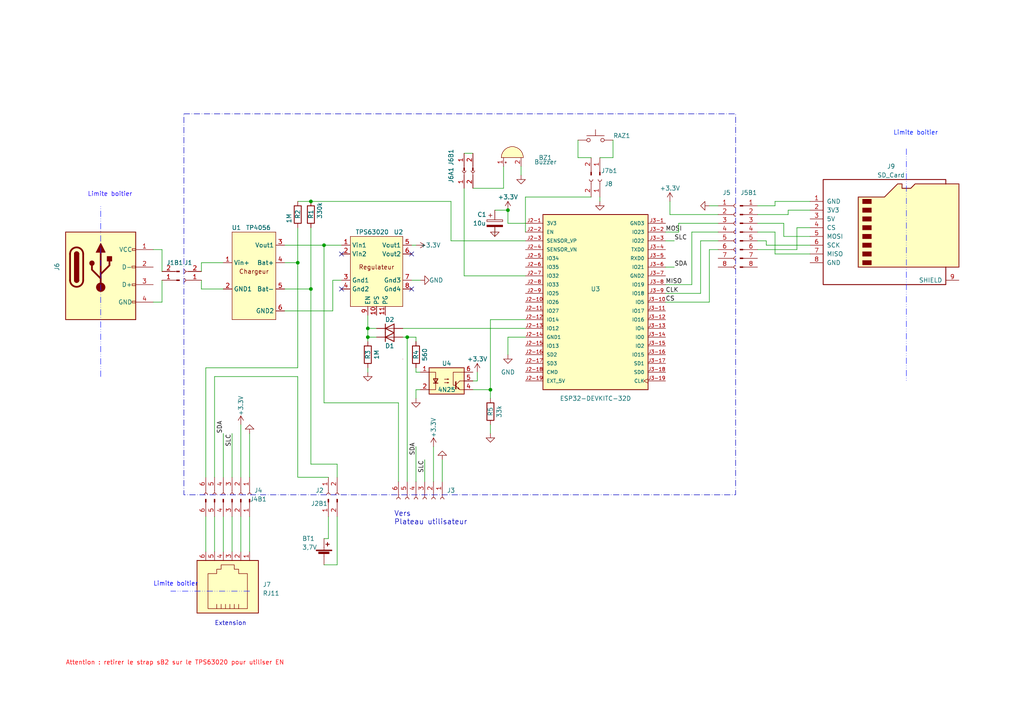
<source format=kicad_sch>
(kicad_sch (version 20230121) (generator eeschema)
  (paper "A4")
  (title_block (title " INTERFACE ADAPTATIVE - Base") (date "2023-03-24") (rev "4") (company "HumanLab"))
  (lib_symbols
    (symbol "Connector:6P6C" (pin_names (offset 1.016))
      (property "Reference" "J" (at -5.08 11.43 0))
      (property "Value" "6P6C" (at 2.54 11.43 0))
      (symbol "6P6C_0_1"
        (polyline (pts (xy -6.35 -1.905) (xy -5.08 -1.905) (xy -5.08 -1.905)))
        (polyline (pts (xy -6.35 -0.635) (xy -5.08 -0.635) (xy -5.08 -0.635)))
        (polyline (pts (xy -6.35 0.635) (xy -5.08 0.635) (xy -5.08 0.635)))
        (polyline (pts (xy -6.35 1.905) (xy -5.08 1.905) (xy -5.08 1.905)))
        (polyline (pts (xy -6.35 3.175) (xy -5.08 3.175) (xy -5.08 3.175)))
        (polyline (pts (xy -5.08 4.445) (xy -6.35 4.445) (xy -6.35 4.445)))
        (polyline (pts (xy -6.35 -4.445) (xy -6.35 6.985) (xy 3.81 6.985) (xy 3.81 4.445) (xy 5.08 4.445) (xy 5.08 3.175) (xy 6.35 3.175) (xy 6.35 -0.635) (xy 5.08 -0.635) (xy 5.08 -1.905) (xy 3.81 -1.905) (xy 3.81 -4.445) (xy -6.35 -4.445) (xy -6.35 -4.445)))
        (rectangle (start 7.62 10.16) (end -7.62 -7.62) (stroke (width 0.254)) (fill (type background)))
      )
      (symbol "6P6C_1_1"
        (pin passive line (at 10.16 -5.08 180) (length 2.54) (name "~") (number "1"))
        (pin passive line (at 10.16 -2.54 180) (length 2.54) (name "~") (number "2"))
        (pin passive line (at 10.16 0 180) (length 2.54) (name "~") (number "3"))
        (pin passive line (at 10.16 2.54 180) (length 2.54) (name "~") (number "4"))
        (pin passive line (at 10.16 5.08 180) (length 2.54) (name "~") (number "5"))
        (pin passive line (at 10.16 7.62 180) (length 2.54) (name "~") (number "6"))
      )
    )
    (symbol "Connector:Conn_01x02_Pin" (pin_names (offset 1.016) hide)
      (property "Reference" "J" (at 0 2.54 0))
      (property "Value" "Conn_01x02_Pin" (at 0 -5.08 0))
      (symbol "Conn_01x02_Pin_1_1"
        (polyline (pts (xy 1.27 -2.54) (xy 0.8636 -2.54)) (stroke (width 0.1524)))
        (polyline (pts (xy 1.27 0) (xy 0.8636 0)) (stroke (width 0.1524)))
        (rectangle (start 0.8636 -2.413) (end 0 -2.667) (stroke (width 0.1524)) (fill (type outline)))
        (rectangle (start 0.8636 0.127) (end 0 -0.127) (stroke (width 0.1524)) (fill (type outline)))
        (pin passive line (at 5.08 0 180) (length 3.81) (name "Pin_1") (number "1"))
        (pin passive line (at 5.08 -2.54 180) (length 3.81) (name "Pin_2") (number "2"))
      )
    )
    (symbol "Connector:Conn_01x02_Socket" (pin_names (offset 1.016) hide)
      (property "Reference" "J" (at 0 2.54 0))
      (property "Value" "Conn_01x02_Socket" (at 0 -5.08 0))
      (symbol "Conn_01x02_Socket_1_1"
        (arc (start 0 -2.032) (mid -0.5058 -2.54) (end 0 -3.048) (stroke (width 0.1524)))
        (polyline (pts (xy -1.27 -2.54) (xy -0.508 -2.54)) (stroke (width 0.1524)))
        (polyline (pts (xy -1.27 0) (xy -0.508 0)) (stroke (width 0.1524)))
        (arc (start 0 0.508) (mid -0.5058 0) (end 0 -0.508) (stroke (width 0.1524)))
        (pin passive line (at -5.08 0 0) (length 3.81) (name "Pin_1") (number "1"))
        (pin passive line (at -5.08 -2.54 0) (length 3.81) (name "Pin_2") (number "2"))
      )
    )
    (symbol "Connector:Conn_01x06_Pin" (pin_names (offset 1.016) hide)
      (property "Reference" "J" (at 0 7.62 0))
      (property "Value" "Conn_01x06_Pin" (at 0 -10.16 0))
      (symbol "Conn_01x06_Pin_1_1"
        (polyline (pts (xy 1.27 -7.62) (xy 0.8636 -7.62)) (stroke (width 0.1524)))
        (polyline (pts (xy 1.27 -5.08) (xy 0.8636 -5.08)) (stroke (width 0.1524)))
        (polyline (pts (xy 1.27 -2.54) (xy 0.8636 -2.54)) (stroke (width 0.1524)))
        (polyline (pts (xy 1.27 0) (xy 0.8636 0)) (stroke (width 0.1524)))
        (polyline (pts (xy 1.27 2.54) (xy 0.8636 2.54)) (stroke (width 0.1524)))
        (polyline (pts (xy 1.27 5.08) (xy 0.8636 5.08)) (stroke (width 0.1524)))
        (rectangle (start 0.8636 -7.493) (end 0 -7.747) (stroke (width 0.1524)) (fill (type outline)))
        (rectangle (start 0.8636 -4.953) (end 0 -5.207) (stroke (width 0.1524)) (fill (type outline)))
        (rectangle (start 0.8636 -2.413) (end 0 -2.667) (stroke (width 0.1524)) (fill (type outline)))
        (rectangle (start 0.8636 0.127) (end 0 -0.127) (stroke (width 0.1524)) (fill (type outline)))
        (rectangle (start 0.8636 2.667) (end 0 2.413) (stroke (width 0.1524)) (fill (type outline)))
        (rectangle (start 0.8636 5.207) (end 0 4.953) (stroke (width 0.1524)) (fill (type outline)))
        (pin passive line (at 5.08 5.08 180) (length 3.81) (name "Pin_1") (number "1"))
        (pin passive line (at 5.08 2.54 180) (length 3.81) (name "Pin_2") (number "2"))
        (pin passive line (at 5.08 0 180) (length 3.81) (name "Pin_3") (number "3"))
        (pin passive line (at 5.08 -2.54 180) (length 3.81) (name "Pin_4") (number "4"))
        (pin passive line (at 5.08 -5.08 180) (length 3.81) (name "Pin_5") (number "5"))
        (pin passive line (at 5.08 -7.62 180) (length 3.81) (name "Pin_6") (number "6"))
      )
    )
    (symbol "Connector:Conn_01x06_Socket" (pin_names (offset 1.016) hide)
      (property "Reference" "J" (at 0 7.62 0))
      (property "Value" "Conn_01x06_Socket" (at 0 -10.16 0))
      (symbol "Conn_01x06_Socket_1_1"
        (arc (start 0 -7.112) (mid -0.5058 -7.62) (end 0 -8.128) (stroke (width 0.1524)))
        (arc (start 0 -4.572) (mid -0.5058 -5.08) (end 0 -5.588) (stroke (width 0.1524)))
        (arc (start 0 -2.032) (mid -0.5058 -2.54) (end 0 -3.048) (stroke (width 0.1524)))
        (polyline (pts (xy -1.27 -7.62) (xy -0.508 -7.62)) (stroke (width 0.1524)))
        (polyline (pts (xy -1.27 -5.08) (xy -0.508 -5.08)) (stroke (width 0.1524)))
        (polyline (pts (xy -1.27 -2.54) (xy -0.508 -2.54)) (stroke (width 0.1524)))
        (polyline (pts (xy -1.27 0) (xy -0.508 0)) (stroke (width 0.1524)))
        (polyline (pts (xy -1.27 2.54) (xy -0.508 2.54)) (stroke (width 0.1524)))
        (polyline (pts (xy -1.27 5.08) (xy -0.508 5.08)) (stroke (width 0.1524)))
        (arc (start 0 0.508) (mid -0.5058 0) (end 0 -0.508) (stroke (width 0.1524)))
        (arc (start 0 3.048) (mid -0.5058 2.54) (end 0 2.032) (stroke (width 0.1524)))
        (arc (start 0 5.588) (mid -0.5058 5.08) (end 0 4.572) (stroke (width 0.1524)))
        (pin passive line (at -5.08 5.08 0) (length 3.81) (name "Pin_1") (number "1"))
        (pin passive line (at -5.08 2.54 0) (length 3.81) (name "Pin_2") (number "2"))
        (pin passive line (at -5.08 0 0) (length 3.81) (name "Pin_3") (number "3"))
        (pin passive line (at -5.08 -2.54 0) (length 3.81) (name "Pin_4") (number "4"))
        (pin passive line (at -5.08 -5.08 0) (length 3.81) (name "Pin_5") (number "5"))
        (pin passive line (at -5.08 -7.62 0) (length 3.81) (name "Pin_6") (number "6"))
      )
    )
    (symbol "Connector:Conn_01x08_Pin" (pin_names (offset 1.016) hide)
      (property "Reference" "J" (at 0 10.16 0))
      (property "Value" "Conn_01x08_Pin" (at 0 -12.7 0))
      (symbol "Conn_01x08_Pin_1_1"
        (polyline (pts (xy 1.27 -10.16) (xy 0.8636 -10.16)) (stroke (width 0.1524)))
        (polyline (pts (xy 1.27 -7.62) (xy 0.8636 -7.62)) (stroke (width 0.1524)))
        (polyline (pts (xy 1.27 -5.08) (xy 0.8636 -5.08)) (stroke (width 0.1524)))
        (polyline (pts (xy 1.27 -2.54) (xy 0.8636 -2.54)) (stroke (width 0.1524)))
        (polyline (pts (xy 1.27 0) (xy 0.8636 0)) (stroke (width 0.1524)))
        (polyline (pts (xy 1.27 2.54) (xy 0.8636 2.54)) (stroke (width 0.1524)))
        (polyline (pts (xy 1.27 5.08) (xy 0.8636 5.08)) (stroke (width 0.1524)))
        (polyline (pts (xy 1.27 7.62) (xy 0.8636 7.62)) (stroke (width 0.1524)))
        (rectangle (start 0.8636 -10.033) (end 0 -10.287) (stroke (width 0.1524)) (fill (type outline)))
        (rectangle (start 0.8636 -7.493) (end 0 -7.747) (stroke (width 0.1524)) (fill (type outline)))
        (rectangle (start 0.8636 -4.953) (end 0 -5.207) (stroke (width 0.1524)) (fill (type outline)))
        (rectangle (start 0.8636 -2.413) (end 0 -2.667) (stroke (width 0.1524)) (fill (type outline)))
        (rectangle (start 0.8636 0.127) (end 0 -0.127) (stroke (width 0.1524)) (fill (type outline)))
        (rectangle (start 0.8636 2.667) (end 0 2.413) (stroke (width 0.1524)) (fill (type outline)))
        (rectangle (start 0.8636 5.207) (end 0 4.953) (stroke (width 0.1524)) (fill (type outline)))
        (rectangle (start 0.8636 7.747) (end 0 7.493) (stroke (width 0.1524)) (fill (type outline)))
        (pin passive line (at 5.08 7.62 180) (length 3.81) (name "Pin_1") (number "1"))
        (pin passive line (at 5.08 5.08 180) (length 3.81) (name "Pin_2") (number "2"))
        (pin passive line (at 5.08 2.54 180) (length 3.81) (name "Pin_3") (number "3"))
        (pin passive line (at 5.08 0 180) (length 3.81) (name "Pin_4") (number "4"))
        (pin passive line (at 5.08 -2.54 180) (length 3.81) (name "Pin_5") (number "5"))
        (pin passive line (at 5.08 -5.08 180) (length 3.81) (name "Pin_6") (number "6"))
        (pin passive line (at 5.08 -7.62 180) (length 3.81) (name "Pin_7") (number "7"))
        (pin passive line (at 5.08 -10.16 180) (length 3.81) (name "Pin_8") (number "8"))
      )
    )
    (symbol "Connector:Conn_01x08_Socket" (pin_names (offset 1.016) hide)
      (property "Reference" "J" (at 0 10.16 0))
      (property "Value" "Conn_01x08_Socket" (at 0 -12.7 0))
      (symbol "Conn_01x08_Socket_1_1"
        (arc (start 0 -9.652) (mid -0.5058 -10.16) (end 0 -10.668) (stroke (width 0.1524)))
        (arc (start 0 -7.112) (mid -0.5058 -7.62) (end 0 -8.128) (stroke (width 0.1524)))
        (arc (start 0 -4.572) (mid -0.5058 -5.08) (end 0 -5.588) (stroke (width 0.1524)))
        (arc (start 0 -2.032) (mid -0.5058 -2.54) (end 0 -3.048) (stroke (width 0.1524)))
        (polyline (pts (xy -1.27 -10.16) (xy -0.508 -10.16)) (stroke (width 0.1524)))
        (polyline (pts (xy -1.27 -7.62) (xy -0.508 -7.62)) (stroke (width 0.1524)))
        (polyline (pts (xy -1.27 -5.08) (xy -0.508 -5.08)) (stroke (width 0.1524)))
        (polyline (pts (xy -1.27 -2.54) (xy -0.508 -2.54)) (stroke (width 0.1524)))
        (polyline (pts (xy -1.27 0) (xy -0.508 0)) (stroke (width 0.1524)))
        (polyline (pts (xy -1.27 2.54) (xy -0.508 2.54)) (stroke (width 0.1524)))
        (polyline (pts (xy -1.27 5.08) (xy -0.508 5.08)) (stroke (width 0.1524)))
        (polyline (pts (xy -1.27 7.62) (xy -0.508 7.62)) (stroke (width 0.1524)))
        (arc (start 0 0.508) (mid -0.5058 0) (end 0 -0.508) (stroke (width 0.1524)))
        (arc (start 0 3.048) (mid -0.5058 2.54) (end 0 2.032) (stroke (width 0.1524)))
        (arc (start 0 5.588) (mid -0.5058 5.08) (end 0 4.572) (stroke (width 0.1524)))
        (arc (start 0 8.128) (mid -0.5058 7.62) (end 0 7.112) (stroke (width 0.1524)))
        (pin passive line (at -5.08 7.62 0) (length 3.81) (name "Pin_1") (number "1"))
        (pin passive line (at -5.08 5.08 0) (length 3.81) (name "Pin_2") (number "2"))
        (pin passive line (at -5.08 2.54 0) (length 3.81) (name "Pin_3") (number "3"))
        (pin passive line (at -5.08 0 0) (length 3.81) (name "Pin_4") (number "4"))
        (pin passive line (at -5.08 -2.54 0) (length 3.81) (name "Pin_5") (number "5"))
        (pin passive line (at -5.08 -5.08 0) (length 3.81) (name "Pin_6") (number "6"))
        (pin passive line (at -5.08 -7.62 0) (length 3.81) (name "Pin_7") (number "7"))
        (pin passive line (at -5.08 -10.16 0) (length 3.81) (name "Pin_8") (number "8"))
      )
    )
    (symbol "Connector:Micro_SD_Card" (pin_names (offset 1.016))
      (property "Reference" "J1" (at 0.635 17.78 0))
      (property "Value" "Micro_SD_Card" (at 0.635 15.24 0))
      (symbol "Micro_SD_Card_0_1"
        (rectangle (start -7.62 -9.525) (end -5.08 -10.795) (fill (type outline)))
        (rectangle (start -7.62 -6.985) (end -5.08 -8.255) (fill (type outline)))
        (rectangle (start -7.62 -4.445) (end -5.08 -5.715) (fill (type outline)))
        (rectangle (start -7.62 -1.905) (end -5.08 -3.175) (fill (type outline)))
        (rectangle (start -7.62 0.635) (end -5.08 -0.635) (fill (type outline)))
        (rectangle (start -7.62 3.175) (end -5.08 1.905) (fill (type outline)))
        (rectangle (start -7.62 5.715) (end -5.08 4.445) (fill (type outline)))
        (rectangle (start -7.62 8.255) (end -5.08 6.985) (fill (type outline)))
        (polyline (pts (xy 16.51 12.7) (xy 16.51 13.97) (xy -19.05 13.97) (xy -19.05 -16.51) (xy 16.51 -16.51) (xy 16.51 -11.43)) (stroke (width 0.254)))
        (polyline (pts (xy -8.89 -11.43) (xy -8.89 8.89) (xy -1.27 8.89) (xy 2.54 12.7) (xy 3.81 12.7) (xy 3.81 11.43) (xy 6.35 11.43) (xy 7.62 12.7) (xy 20.32 12.7) (xy 20.32 -11.43) (xy -8.89 -11.43)) (stroke (width 0.254)) (fill (type background)))
      )
      (symbol "Micro_SD_Card_1_1"
        (pin power_in line (at -22.86 7.62 0) (length 3.81) (name "GND") (number "1"))
        (pin power_in line (at -22.86 5.08 0) (length 3.81) (name "3V3") (number "2"))
        (pin power_in line (at -22.86 2.54 0) (length 3.81) (name "5V") (number "3"))
        (pin input line (at -22.86 0 0) (length 3.81) (name "CS") (number "4"))
        (pin bidirectional line (at -22.86 -2.54 0) (length 3.81) (name "MOSI") (number "5"))
        (pin input line (at -22.86 -5.08 0) (length 3.81) (name "SCK") (number "6"))
        (pin bidirectional line (at -22.86 -7.62 0) (length 3.81) (name "MISO") (number "7"))
        (pin power_in line (at -22.86 -10.16 0) (length 3.81) (name "GND") (number "8"))
        (pin passive line (at 20.32 -15.24 180) (length 3.81) (name "SHIELD") (number "9"))
      )
    )
    (symbol "Connector:USB_C_Receptacle_PowerOnly_6P" (pin_names (offset 1.016)) (on_board no)
      (property "Reference" "J3" (at 0 16.51 0))
      (property "Value" "USB_C_Receptacle_PowerOnly_4P" (at 0 13.97 0))
      (symbol "USB_C_Receptacle_PowerOnly_6P_0_0"
        (rectangle (start 9.0624 2.821) (end 10.0784 2.313))
        (rectangle (start 9.1259 -2.327) (end 10.1419 -2.835))
        (rectangle (start 9.1324 -7.3391) (end 10.1484 -7.8471))
        (rectangle (start 10.16 7.874) (end 9.144 7.366))
      )
      (symbol "USB_C_Receptacle_PowerOnly_6P_0_1"
        (rectangle (start -10.16 12.7) (end 10.16 -12.7) (stroke (width 0.254)) (fill (type background)))
        (arc (start -8.89 -1.27) (mid -6.985 -3.1667) (end -5.08 -1.27) (stroke (width 0.508)))
        (arc (start -7.62 -1.27) (mid -6.985 -1.9023) (end -6.35 -1.27) (stroke (width 0.254)))
        (arc (start -7.62 -1.27) (mid -6.985 -1.9023) (end -6.35 -1.27) (stroke (width 0.254)) (fill (type outline)))
        (rectangle (start -7.62 -1.27) (end -6.35 6.35) (stroke (width 0.254)) (fill (type outline)))
        (arc (start -6.35 6.35) (mid -6.985 6.9823) (end -7.62 6.35) (stroke (width 0.254)))
        (arc (start -6.35 6.35) (mid -6.985 6.9823) (end -7.62 6.35) (stroke (width 0.254)) (fill (type outline)))
        (arc (start -5.08 6.35) (mid -6.985 8.2467) (end -8.89 6.35) (stroke (width 0.508)))
        (circle (center -2.54 3.683) (radius 0.635) (stroke (width 0.254)) (fill (type outline)))
        (circle (center 0 -3.302) (radius 1.27) (fill (type outline)))
        (polyline (pts (xy -8.89 -1.27) (xy -8.89 6.35)) (stroke (width 0.508)))
        (polyline (pts (xy -5.08 6.35) (xy -5.08 -1.27)) (stroke (width 0.508)))
        (polyline (pts (xy 0 -3.302) (xy 0 6.858)) (stroke (width 0.508)))
        (polyline (pts (xy 0 -0.762) (xy -2.54 1.778) (xy -2.54 3.048)) (stroke (width 0.508)))
        (polyline (pts (xy 0 0.508) (xy 2.54 3.048) (xy 2.54 4.318)) (stroke (width 0.508)))
        (polyline (pts (xy -1.27 6.858) (xy 0 9.398) (xy 1.27 6.858) (xy -1.27 6.858)) (stroke (width 0.254)) (fill (type outline)))
        (rectangle (start 1.905 4.318) (end 3.175 5.588) (stroke (width 0.254)) (fill (type outline)))
      )
      (symbol "USB_C_Receptacle_PowerOnly_6P_1_1"
        (pin power_out line (at 15.24 7.62 180) (length 5.08) (name "VCC") (number "1"))
        (pin bidirectional line (at 15.24 2.54 180) (length 5.08) (name "D-") (number "2"))
        (pin bidirectional line (at 15.24 -2.54 180) (length 5.08) (name "D+") (number "3"))
        (pin bidirectional line (at 15.24 -7.62 180) (length 5.08) (name "GND") (number "4"))
      )
    )
    (symbol "Device:Battery_Cell" (pin_numbers hide) (pin_names (offset 0) hide)
      (property "Reference" "BT" (at 2.54 2.54 0))
      (property "Value" "Battery_Cell" (at 2.54 0 0))
      (symbol "Battery_Cell_0_1"
        (rectangle (start -2.286 1.778) (end 2.286 1.524) (fill (type outline)))
        (rectangle (start -1.5748 1.1938) (end 1.4732 0.6858) (fill (type outline)))
        (polyline (pts (xy 0 0.762) (xy 0 0)))
        (polyline (pts (xy 0 1.778) (xy 0 2.54)))
        (polyline (pts (xy 0.508 3.429) (xy 1.524 3.429)) (stroke (width 0.254)))
        (polyline (pts (xy 1.016 3.937) (xy 1.016 2.921)) (stroke (width 0.254)))
      )
      (symbol "Battery_Cell_1_1"
        (pin passive line (at 0 5.08 270) (length 2.54) (name "+") (number "1"))
        (pin passive line (at 0 -2.54 90) (length 2.54) (name "-") (number "2"))
      )
    )
    (symbol "Device:Buzzer" (pin_names (offset 0.0254) hide)
      (property "Reference" "BZ1" (at -8.89 1.27 90))
      (property "Value" "Buzzer" (at -10.16 0 90))
      (symbol "Buzzer_0_1"
        (arc (start 0 -3.175) (mid 3.1612 0) (end 0 3.175) (fill (type background)))
        (polyline (pts (xy -1.651 1.905) (xy -1.143 1.905)))
        (polyline (pts (xy -1.397 2.159) (xy -1.397 1.651)))
        (polyline (pts (xy 0 3.175) (xy 0 -3.175)))
      )
      (symbol "Buzzer_1_1"
        (pin passive line (at -2.54 2.54 0) (length 2.54) (name "-") (number "1"))
        (pin passive line (at -2.54 -2.54 0) (length 2.54) (name "+") (number "2"))
      )
    )
    (symbol "Device:C_Polarized" (pin_numbers hide) (pin_names (offset 0.254))
      (property "Reference" "C" (at 0.635 2.54 0))
      (property "Value" "C_Polarized" (at 0.635 -2.54 0))
      (symbol "C_Polarized_0_1"
        (rectangle (start -2.286 0.508) (end 2.286 1.016))
        (polyline (pts (xy -1.778 2.286) (xy -0.762 2.286)))
        (polyline (pts (xy -1.27 2.794) (xy -1.27 1.778)))
        (rectangle (start 2.286 -0.508) (end -2.286 -1.016) (fill (type outline)))
      )
      (symbol "C_Polarized_1_1"
        (pin passive line (at 0 3.81 270) (length 2.794) (name "~") (number "1"))
        (pin passive line (at 0 -3.81 90) (length 2.794) (name "~") (number "2"))
      )
    )
    (symbol "Device:R" (pin_numbers hide) (pin_names (offset 0))
      (property "Reference" "R" (at 2.032 0 90))
      (property "Value" "R" (at 0 0 90))
      (symbol "R_0_1"
        (rectangle (start -1.016 -2.54) (end 1.016 2.54) (stroke (width 0.254)))
      )
      (symbol "R_1_1"
        (pin passive line (at 0 3.81 270) (length 1.27) (name "~") (number "1"))
        (pin passive line (at 0 -3.81 90) (length 1.27) (name "~") (number "2"))
      )
    )
    (symbol "Diode:1N4148" (pin_numbers hide) (pin_names hide)
      (property "Reference" "D" (at 0 2.54 0))
      (property "Value" "1N4148" (at 0 -2.54 0))
      (symbol "1N4148_0_1"
        (polyline (pts (xy -1.27 1.27) (xy -1.27 -1.27)) (stroke (width 0.254)))
        (polyline (pts (xy 1.27 0) (xy -1.27 0)))
        (polyline (pts (xy 1.27 1.27) (xy 1.27 -1.27) (xy -1.27 0) (xy 1.27 1.27)) (stroke (width 0.254)))
      )
      (symbol "1N4148_1_1"
        (pin passive line (at -3.81 0 0) (length 2.54) (name "K") (number "1"))
        (pin passive line (at 3.81 0 180) (length 2.54) (name "A") (number "2"))
      )
    )
    (symbol "Isolator:4N25" (pin_names (offset 1.016))
      (property "Reference" "U" (at -5.08 5.08 0))
      (property "Value" "4N25" (at 0 5.08 0))
      (symbol "4N25_0_1"
        (rectangle (start -5.08 3.81) (end 5.08 -3.81) (stroke (width 0.254)) (fill (type background)))
        (polyline (pts (xy -3.81 -0.635) (xy -2.54 -0.635)) (stroke (width 0.254)))
        (polyline (pts (xy 2.667 -1.397) (xy 3.81 -2.54)))
        (polyline (pts (xy 2.667 -1.143) (xy 3.81 0)))
        (polyline (pts (xy 3.81 -2.54) (xy 5.08 -2.54)))
        (polyline (pts (xy 3.81 0) (xy 5.08 0)))
        (polyline (pts (xy 2.667 -0.254) (xy 2.667 -2.286) (xy 2.667 -2.286)) (stroke (width 0.3556)))
        (polyline (pts (xy -5.08 -2.54) (xy -3.175 -2.54) (xy -3.175 2.54) (xy -5.08 2.54)))
        (polyline (pts (xy -3.175 -0.635) (xy -3.81 0.635) (xy -2.54 0.635) (xy -3.175 -0.635)) (stroke (width 0.254)))
        (polyline (pts (xy 3.683 -2.413) (xy 3.429 -1.905) (xy 3.175 -2.159) (xy 3.683 -2.413)))
        (polyline (pts (xy 5.08 2.54) (xy 1.905 2.54) (xy 1.905 -1.27) (xy 2.54 -1.27)))
        (polyline (pts (xy -0.635 -0.508) (xy 0.635 -0.508) (xy 0.254 -0.635) (xy 0.254 -0.381) (xy 0.635 -0.508)))
        (polyline (pts (xy -0.635 0.508) (xy 0.635 0.508) (xy 0.254 0.381) (xy 0.254 0.635) (xy 0.635 0.508)))
      )
      (symbol "4N25_1_1"
        (pin passive line (at -7.62 2.54 0) (length 2.54) (name "~") (number "1"))
        (pin passive line (at -7.62 -2.54 0) (length 2.54) (name "~") (number "2"))
        (pin no_connect line (at -5.08 0 0) (length 2.54) hide (name "NC") (number "3"))
        (pin passive line (at 7.62 -2.54 180) (length 2.54) (name "~") (number "4"))
        (pin passive line (at 7.62 0 180) (length 2.54) (name "~") (number "5"))
        (pin passive line (at 7.62 2.54 180) (length 2.54) (name "~") (number "6"))
      )
    )
    (symbol "MaLibrairie:ESP32-DEVKITC-32D" (pin_names (offset 1.016))
      (property "Reference" "U" (at -15.2572 26.0643 0))
      (property "Value" "ESP32-DEVKITC-32D" (at -15.2563 -27.9698 0))
      (symbol "ESP32-DEVKITC-32D_0_0"
        (rectangle (start -15.24 25.4) (end 15.24 -25.4) (stroke (width 0.254)) (fill (type background)))
        (pin power_in line (at -20.32 22.86 0) (length 5.08) (name "3V3") (number "J2-1"))
        (pin bidirectional line (at -20.32 0 0) (length 5.08) (name "IO26") (number "J2-10"))
        (pin bidirectional line (at -20.32 -2.54 0) (length 5.08) (name "IO27") (number "J2-11"))
        (pin bidirectional line (at -20.32 -5.08 0) (length 5.08) (name "IO14") (number "J2-12"))
        (pin bidirectional line (at -20.32 -7.62 0) (length 5.08) (name "IO12") (number "J2-13"))
        (pin power_in line (at -20.32 -10.16 0) (length 5.08) (name "GND1") (number "J2-14"))
        (pin bidirectional line (at -20.32 -12.7 0) (length 5.08) (name "IO13") (number "J2-15"))
        (pin bidirectional line (at -20.32 -15.24 0) (length 5.08) (name "SD2") (number "J2-16"))
        (pin bidirectional line (at -20.32 -17.78 0) (length 5.08) (name "SD3") (number "J2-17"))
        (pin bidirectional line (at -20.32 -20.32 0) (length 5.08) (name "CMD") (number "J2-18"))
        (pin power_in line (at -20.32 -22.86 0) (length 5.08) (name "EXT_5V") (number "J2-19"))
        (pin input line (at -20.32 20.32 0) (length 5.08) (name "EN") (number "J2-2"))
        (pin input line (at -20.32 17.78 0) (length 5.08) (name "SENSOR_VP") (number "J2-3"))
        (pin input line (at -20.32 15.24 0) (length 5.08) (name "SENSOR_VN") (number "J2-4"))
        (pin bidirectional line (at -20.32 12.7 0) (length 5.08) (name "IO34") (number "J2-5"))
        (pin bidirectional line (at -20.32 10.16 0) (length 5.08) (name "IO35") (number "J2-6"))
        (pin bidirectional line (at -20.32 7.62 0) (length 5.08) (name "IO32") (number "J2-7"))
        (pin bidirectional line (at -20.32 5.08 0) (length 5.08) (name "IO33") (number "J2-8"))
        (pin bidirectional line (at -20.32 2.54 0) (length 5.08) (name "IO25") (number "J2-9"))
        (pin power_in line (at 20.32 22.86 180) (length 5.08) (name "GND3") (number "J3-1"))
        (pin bidirectional line (at 20.32 0 180) (length 5.08) (name "IO5") (number "J3-10"))
        (pin bidirectional line (at 20.32 -2.54 180) (length 5.08) (name "IO17") (number "J3-11"))
        (pin bidirectional line (at 20.32 -5.08 180) (length 5.08) (name "IO16") (number "J3-12"))
        (pin bidirectional line (at 20.32 -7.62 180) (length 5.08) (name "IO4") (number "J3-13"))
        (pin bidirectional line (at 20.32 -10.16 180) (length 5.08) (name "IO0") (number "J3-14"))
        (pin bidirectional line (at 20.32 -12.7 180) (length 5.08) (name "IO2") (number "J3-15"))
        (pin bidirectional line (at 20.32 -15.24 180) (length 5.08) (name "IO15") (number "J3-16"))
        (pin bidirectional line (at 20.32 -17.78 180) (length 5.08) (name "SD1") (number "J3-17"))
        (pin bidirectional line (at 20.32 -20.32 180) (length 5.08) (name "SD0") (number "J3-18"))
        (pin input clock (at 20.32 -22.86 180) (length 5.08) (name "CLK") (number "J3-19"))
        (pin bidirectional line (at 20.32 20.32 180) (length 5.08) (name "IO23") (number "J3-2"))
        (pin bidirectional line (at 20.32 17.78 180) (length 5.08) (name "IO22") (number "J3-3"))
        (pin output line (at 20.32 15.24 180) (length 5.08) (name "TXD0") (number "J3-4"))
        (pin input line (at 20.32 12.7 180) (length 5.08) (name "RXD0") (number "J3-5"))
        (pin bidirectional line (at 20.32 10.16 180) (length 5.08) (name "IO21") (number "J3-6"))
        (pin power_in line (at 20.32 7.62 180) (length 5.08) (name "GND2") (number "J3-7"))
        (pin bidirectional line (at 20.32 5.08 180) (length 5.08) (name "IO19") (number "J3-8"))
        (pin bidirectional line (at 20.32 2.54 180) (length 5.08) (name "IO18") (number "J3-9"))
      )
    )
    (symbol "MaLibrairie:TPS63020DL"
      (property "Reference" "U6" (at -3.81 11.43 90))
      (property "Value" "TPS63020" (at -2.54 3.81 90))
      (symbol "TPS63020DL_0_1"
        (polyline (pts (xy -2.54 12.7) (xy 17.78 12.7) (xy 17.78 -2.54) (xy -2.54 -2.54) (xy -2.54 12.7)) (fill (type background)))
        (rectangle (start 33.02 12.7) (end 33.02 12.7))
        (text "Regulateur" (at 6.35 5.08 900) (effects (font (size 1.27 1.27))))
      )
      (symbol "TPS63020DL_1_1"
        (pin power_in line (at 0 -5.08 90) (length 2.54) (name "Vin1") (number "1"))
        (pin input line (at 20.32 5.08 180) (length 2.54) (name "PS") (number "10"))
        (pin output line (at 20.32 7.62 180) (length 2.54) (name "PG") (number "11"))
        (pin power_in line (at 2.54 -5.08 90) (length 2.54) (name "Vin2") (number "2"))
        (pin power_in line (at 10.16 -5.08 90) (length 2.54) (name "Gnd1") (number "3"))
        (pin power_in line (at 12.7 -5.08 90) (length 2.54) (name "Gnd2") (number "4"))
        (pin power_out line (at 0 15.24 270) (length 2.54) (name "Vout1") (number "5"))
        (pin power_out line (at 2.54 15.24 270) (length 2.54) (name "Vout2") (number "6"))
        (pin power_out line (at 10.16 15.24 270) (length 2.54) (name "Gnd3") (number "7"))
        (pin power_out line (at 12.7 15.24 270) (length 2.54) (name "Gnd4") (number "8"))
        (pin input line (at 20.32 2.54 180) (length 2.54) (name "EN") (number "9"))
      )
    )
    (symbol "MaLibrairie:tp4056DL_1"
      (property "Reference" "U5" (at 6.35 12.7 0))
      (property "Value" "TP4056" (at 6.35 10.16 0))
      (symbol "tp4056DL_1_1_1"
        (rectangle (start 0 8.89) (end 12.7 -16.51) (fill (type background)))
        (text "Chargeur" (at 6.35 -2.54 0) (effects (font (size 1.27 1.27))))
        (pin power_in line (at -2.54 0 0) (length 2.54) (name "Vin+") (number "1"))
        (pin power_in line (at -2.54 -7.62 0) (length 2.54) (name "GND1") (number "2"))
        (pin power_out line (at 15.24 5.08 180) (length 2.54) (name "Vout1") (number "3"))
        (pin power_out line (at 15.24 0 180) (length 2.54) (name "Bat+") (number "4"))
        (pin power_out line (at 15.24 -7.62 180) (length 2.54) (name "Bat-") (number "5"))
        (pin power_out line (at 15.24 -13.97 180) (length 2.54) (name "GND2") (number "6"))
      )
    )
    (symbol "Switch:SW_Push" (pin_numbers hide) (pin_names (offset 1.016) hide)
      (property "Reference" "SW" (at 1.27 2.54 0))
      (property "Value" "SW_Push" (at 0 -1.524 0))
      (symbol "SW_Push_0_1"
        (circle (center -2.032 0) (radius 0.508))
        (polyline (pts (xy 0 1.27) (xy 0 3.048)))
        (polyline (pts (xy 2.54 1.27) (xy -2.54 1.27)))
        (circle (center 2.032 0) (radius 0.508))
        (pin passive line (at -5.08 0 0) (length 2.54) (name "1") (number "1"))
        (pin passive line (at 5.08 0 180) (length 2.54) (name "2") (number "2"))
      )
    )
    (symbol "power:+3.3V" (power) (pin_names (offset 0))
      (property "Value" "+3.3V" (at 0 3.556 0))
      (symbol "+3.3V_0_1"
        (polyline (pts (xy -0.762 1.27) (xy 0 2.54)))
        (polyline (pts (xy 0 0) (xy 0 2.54)))
        (polyline (pts (xy 0 2.54) (xy 0.762 1.27)))
      )
      (symbol "+3.3V_1_1"
        (pin power_in line (at 0 0 90) (length 0) hide (name "+3.3V") (number "1"))
      )
    )
    (symbol "power:GND" (power) (pin_names (offset 0))
      (property "Value" "GND" (at 0 -3.81 0))
      (symbol "GND_0_1"
        (polyline (pts (xy 0 0) (xy 0 -1.27) (xy 1.27 -1.27) (xy 0 -2.54) (xy -1.27 -1.27) (xy 0 -1.27)))
      )
      (symbol "GND_1_1"
        (pin power_in line (at 0 0 270) (length 0) hide (name "GND") (number "1"))
      )
    )
  )
  (junction (at 90.17 83.82))
  (junction (at 90.17 58.42))
  (junction (at 86.36 76.2))
  (junction (at 106.68 95.25))
  (junction (at 142.24 113.03))
  (junction (at 147.32 60.96))
  (junction (at 93.98 71.12))
  (junction (at 118.11 97.79))
  (junction (at 106.68 97.79))
  (no_connect (at 99.06 73.66))
  (no_connect (at 119.38 83.82))
  (no_connect (at 99.06 83.82))
  (no_connect (at 119.38 73.66))
  (wire (pts (xy 58.42 83.82) (xy 64.77 83.82)))
  (wire (pts (xy 93.98 116.84) (xy 93.98 71.12)))
  (wire (pts (xy 90.17 58.42) (xy 130.81 58.42)))
  (wire (pts (xy 120.65 113.03) (xy 120.65 115.57)))
  (wire (pts (xy 72.39 149.86) (xy 72.39 160.02)))
  (wire (pts (xy 134.62 54.61) (xy 134.62 80.01)))
  (wire (pts (xy 200.66 82.55) (xy 200.66 67.31)))
  (wire (pts (xy 95.25 149.86) (xy 95.25 156.21)))
  (wire (pts (xy 228.6 62.23) (xy 228.6 60.96)))
  (wire (pts (xy 147.32 60.96) (xy 147.32 64.77)))
  (wire (pts (xy 86.36 138.43) (xy 95.25 138.43)))
  (wire (pts (xy 106.68 95.25) (xy 106.68 97.79)))
  (wire (pts (xy 130.81 69.85) (xy 152.4 69.85)))
  (wire (pts (xy 115.57 116.84) (xy 93.98 116.84)))
  (wire (pts (xy 203.2 85.09) (xy 203.2 69.85)))
  (wire (pts (xy 86.36 76.2) (xy 86.36 106.68)))
  (wire (pts (xy 116.84 97.79) (xy 118.11 97.79)))
  (wire (pts (xy 96.52 81.28) (xy 99.06 81.28)))
  (wire (pts (xy 200.66 67.31) (xy 208.28 67.31)))
  (wire (pts (xy 152.4 92.71) (xy 142.24 92.71)))
  (wire (pts (xy 222.25 71.12) (xy 222.25 69.85)))
  (wire (pts (xy 196.85 64.77) (xy 208.28 64.77)))
  (wire (pts (xy 120.65 107.95) (xy 121.92 107.95)))
  (wire (pts (xy 119.38 71.12) (xy 120.65 71.12)))
  (wire (pts (xy 46.99 87.63) (xy 44.45 87.63)))
  (wire (pts (xy 134.62 44.45) (xy 137.16 44.45)))
  (wire (pts (xy 106.68 97.79) (xy 109.22 97.79)))
  (wire (pts (xy 167.64 45.72) (xy 171.45 45.72)))
  (wire (pts (xy 219.71 67.31) (xy 224.79 67.31)))
  (wire (pts (xy 106.68 95.25) (xy 109.22 95.25)))
  (wire (pts (xy 118.11 97.79) (xy 118.11 139.7)))
  (wire (pts (xy 116.84 95.25) (xy 152.4 95.25)))
  (wire (pts (xy 69.85 123.19) (xy 69.85 138.43)))
  (wire (pts (xy 205.74 59.69) (xy 208.28 59.69)))
  (wire (pts (xy 147.32 64.77) (xy 152.4 64.77)))
  (wire (pts (xy 137.16 110.49) (xy 138.43 110.49)))
  (wire (pts (xy 119.38 81.28) (xy 121.92 81.28)))
  (wire (pts (xy 59.69 106.68) (xy 86.36 106.68)))
  (wire (pts (xy 231.14 72.39) (xy 231.14 66.04)))
  (polyline (pts (xy 72.39 171.45) (xy 49.53 171.45)) (stroke (width 0) (type dash_dot_dot) (color 32 39 255 1)))
  (wire (pts (xy 147.32 97.79) (xy 152.4 97.79)))
  (wire (pts (xy 203.2 69.85) (xy 208.28 69.85)))
  (wire (pts (xy 177.8 45.72) (xy 173.99 45.72)))
  (wire (pts (xy 134.62 80.01) (xy 152.4 80.01)))
  (wire (pts (xy 173.99 57.15) (xy 173.99 58.42)))
  (wire (pts (xy 152.4 57.15) (xy 152.4 67.31)))
  (wire (pts (xy 46.99 72.39) (xy 46.99 78.74)))
  (wire (pts (xy 142.24 113.03) (xy 137.16 113.03)))
  (wire (pts (xy 62.23 109.22) (xy 86.36 109.22)))
  (wire (pts (xy 193.04 67.31) (xy 196.85 67.31)))
  (wire (pts (xy 234.95 71.12) (xy 222.25 71.12)))
  (wire (pts (xy 106.68 91.44) (xy 106.68 95.25)))
  (wire (pts (xy 120.65 107.95) (xy 120.65 106.68)))
  (wire (pts (xy 86.36 66.04) (xy 86.36 76.2)))
  (wire (pts (xy 138.43 107.95) (xy 138.43 110.49)))
  (wire (pts (xy 128.27 133.35) (xy 128.27 139.7)))
  (wire (pts (xy 193.04 87.63) (xy 205.74 87.63)))
  (wire (pts (xy 219.71 69.85) (xy 222.25 69.85)))
  (wire (pts (xy 142.24 113.03) (xy 142.24 115.57)))
  (wire (pts (xy 82.55 76.2) (xy 86.36 76.2)))
  (wire (pts (xy 95.25 156.21) (xy 93.98 156.21)))
  (wire (pts (xy 123.19 133.35) (xy 123.19 139.7)))
  (wire (pts (xy 62.23 149.86) (xy 62.23 160.02)))
  (wire (pts (xy 193.04 85.09) (xy 203.2 85.09)))
  (wire (pts (xy 82.55 83.82) (xy 90.17 83.82)))
  (wire (pts (xy 120.65 129.54) (xy 120.65 139.7)))
  (wire (pts (xy 82.55 90.17) (xy 96.52 90.17)))
  (wire (pts (xy 219.71 62.23) (xy 228.6 62.23)))
  (wire (pts (xy 137.16 54.61) (xy 146.05 54.61)))
  (wire (pts (xy 69.85 149.86) (xy 69.85 160.02)))
  (wire (pts (xy 44.45 72.39) (xy 46.99 72.39)))
  (wire (pts (xy 93.98 71.12) (xy 99.06 71.12)))
  (wire (pts (xy 62.23 138.43) (xy 62.23 109.22)))
  (wire (pts (xy 106.68 106.68) (xy 106.68 107.95)))
  (wire (pts (xy 90.17 83.82) (xy 90.17 66.04)))
  (wire (pts (xy 194.31 58.42) (xy 194.31 62.23)))
  (wire (pts (xy 82.55 71.12) (xy 93.98 71.12)))
  (wire (pts (xy 106.68 97.79) (xy 106.68 99.06)))
  (wire (pts (xy 231.14 66.04) (xy 234.95 66.04)))
  (wire (pts (xy 143.51 66.04) (xy 143.51 68.58)))
  (polyline (pts (xy 262.89 43.18) (xy 262.89 110.49)) (stroke (width 0) (type dash_dot_dot) (color 32 39 255 1)))
  (wire (pts (xy 67.31 125.73) (xy 67.31 138.43)))
  (wire (pts (xy 72.39 125.73) (xy 72.39 138.43)))
  (wire (pts (xy 196.85 67.31) (xy 196.85 64.77)))
  (wire (pts (xy 90.17 134.62) (xy 97.79 134.62)))
  (wire (pts (xy 224.79 59.69) (xy 224.79 58.42)))
  (wire (pts (xy 146.05 54.61) (xy 146.05 48.26)))
  (wire (pts (xy 227.33 68.58) (xy 234.95 68.58)))
  (wire (pts (xy 96.52 90.17) (xy 96.52 81.28)))
  (wire (pts (xy 193.04 69.85) (xy 195.58 69.85)))
  (wire (pts (xy 228.6 60.96) (xy 234.95 60.96)))
  (wire (pts (xy 120.65 99.06) (xy 120.65 97.79)))
  (wire (pts (xy 147.32 102.87) (xy 147.32 97.79)))
  (wire (pts (xy 205.74 72.39) (xy 208.28 72.39)))
  (wire (pts (xy 177.8 40.64) (xy 177.8 45.72)))
  (wire (pts (xy 64.77 125.73) (xy 64.77 138.43)))
  (wire (pts (xy 227.33 64.77) (xy 227.33 68.58)))
  (wire (pts (xy 67.31 149.86) (xy 67.31 160.02)))
  (polyline (pts (xy 29.21 109.22) (xy 29.21 59.69)) (stroke (width 0) (type dash_dot_dot) (color 32 39 255 1)))
  (wire (pts (xy 86.36 109.22) (xy 86.36 138.43)))
  (wire (pts (xy 193.04 82.55) (xy 200.66 82.55)))
  (wire (pts (xy 120.65 113.03) (xy 121.92 113.03)))
  (wire (pts (xy 219.71 59.69) (xy 224.79 59.69)))
  (wire (pts (xy 58.42 78.74) (xy 58.42 76.2)))
  (wire (pts (xy 219.71 64.77) (xy 227.33 64.77)))
  (wire (pts (xy 125.73 129.54) (xy 125.73 139.7)))
  (wire (pts (xy 205.74 72.39) (xy 205.74 87.63)))
  (wire (pts (xy 59.69 149.86) (xy 59.69 160.02)))
  (wire (pts (xy 152.4 57.15) (xy 171.45 57.15)))
  (wire (pts (xy 224.79 58.42) (xy 234.95 58.42)))
  (wire (pts (xy 90.17 83.82) (xy 90.17 134.62)))
  (wire (pts (xy 224.79 73.66) (xy 234.95 73.66)))
  (wire (pts (xy 142.24 123.19) (xy 142.24 125.73)))
  (wire (pts (xy 193.04 77.47) (xy 195.58 77.47)))
  (wire (pts (xy 64.77 149.86) (xy 64.77 160.02)))
  (wire (pts (xy 58.42 76.2) (xy 64.77 76.2)))
  (wire (pts (xy 219.71 72.39) (xy 231.14 72.39)))
  (wire (pts (xy 143.51 60.96) (xy 147.32 60.96)))
  (wire (pts (xy 93.98 163.83) (xy 97.79 163.83)))
  (wire (pts (xy 58.42 81.28) (xy 58.42 83.82)))
  (wire (pts (xy 115.57 116.84) (xy 115.57 139.7)))
  (wire (pts (xy 97.79 134.62) (xy 97.79 138.43)))
  (wire (pts (xy 118.11 97.79) (xy 120.65 97.79)))
  (wire (pts (xy 151.13 48.26) (xy 151.13 50.8)))
  (wire (pts (xy 142.24 92.71) (xy 142.24 113.03)))
  (wire (pts (xy 208.28 62.23) (xy 194.31 62.23)))
  (wire (pts (xy 46.99 81.28) (xy 46.99 87.63)))
  (wire (pts (xy 167.64 40.64) (xy 167.64 45.72)))
  (wire (pts (xy 97.79 149.86) (xy 97.79 163.83)))
  (wire (pts (xy 130.81 69.85) (xy 130.81 58.42)))
  (wire (pts (xy 90.17 58.42) (xy 86.36 58.42)))
  (wire (pts (xy 224.79 73.66) (xy 224.79 67.31)))
  (wire (pts (xy 59.69 106.68) (xy 59.69 138.43)))
  (rectangle (start 53.34 33.02) (end 213.36 143.51) (stroke (width 0) (type dash_dot)))
  (text "Limite boitier" (at 25.4 57.15 0) (effects (font (size 1.27 1.27)) (justify left bottom)))
  (text "Limite boitier" (at 259.08 39.37 0) (effects (font (size 1.27 1.27)) (justify left bottom)))
  (text "Extension" (at 62.23 181.61 0) (effects (font (size 1.27 1.27)) (justify left bottom)))
  (text "Attention : retirer le strap sB2 sur le TPS63020 pour utiliser EN" (at 19.05 193.04 0) (effects (font (size 1.27 1.27)) (justify left bottom)))
  (text "Vers \nPlateau utilisateur" (at 114.3 152.4 0) (effects (font (size 1.5 1.5)) (justify left bottom)))
  (text "Limite boitier" (at 44.45 170.18 0) (effects (font (size 1.27 1.27)) (justify left bottom)))
  (label "SLC" (at 195.58 69.85 0))
  (label "CS" (at 193.04 87.63 0))
  (label "SDA" (at 64.77 125.73 90))
  (label "SDA" (at 195.58 77.47 0))
  (label "SLC" (at 123.19 137.16 90))
  (label "MOSI" (at 193.04 67.31 0))
  (label "SDA" (at 120.65 132.08 90))
  (label "SLC" (at 67.31 129.54 90))
  (label "CLK" (at 193.04 85.09 0))
  (label "MISO" (at 193.04 82.55 0))
  (symbol (lib_id "Connector:Conn_01x02_Pin") (at 52.07 81.28 180) (unit 1) (on_board no)
    (property "Reference" "J1B1" (at 48.26 76.2 0) (effects (justify right)))
    (property "Value" "Conn_01x02_Pin" (effects hide))
  )
  (symbol (lib_id "Device:Buzzer") (at 148.59 45.72 90) (unit 1)
    (property "Reference" "BZ1" (at 156.21 45.72 90) (effects (justify right)))
    (property "Value" "Buzzer" (at 154.94 46.99 90) (effects (justify right)))
    (property "Footprint" "Buzzer_Beeper:MagneticBuzzer_ProSignal_ABT-410-RC" (effects hide))
  )
  (symbol (lib_id "Connector:Conn_01x02_Pin") (at 134.62 49.53 90) (unit 1) (on_board no)
    (property "Reference" "J6B1" (at 130.81 43.18 0) (effects (justify right)))
    (property "Value" "Conn_01x02_Pin" (effects hide))
  )
  (symbol (lib_id "MaLibrairie:tp4056DL_1") (at 67.31 76.2 0) (unit 1)
    (property "Reference" "U1" (at 68.58 66.04 0))
    (property "Value" "TP4056" (at 74.93 66.04 0))
    (property "Footprint" "MesEmpreintes:TP4056-Module" (effects hide))
  )
  (symbol (lib_id "power:GND") (at 72.39 125.73 180) (unit 1)
    (property "Reference" "#PWR0107" (effects hide))
    (property "Value" "GND" (effects hide))
  )
  (symbol (lib_id "power:GND") (at 205.74 59.69 270) (unit 1)
    (property "Reference" "#PWR0108" (effects hide))
    (property "Value" "GND" (effects hide))
  )
  (symbol (lib_id "power:+3.3V") (at 194.31 58.42 0) (unit 1)
    (property "Reference" "#PWR0101" (effects hide))
    (property "Value" "+3.3V" (at 194.31 54.61 0))
  )
  (symbol (lib_id "power:GND") (at 142.24 125.73 0) (unit 1)
    (property "Reference" "#PWR0115" (effects hide))
    (property "Value" "GND" (effects hide))
  )
  (symbol (lib_id "Diode:1N4148") (at 113.03 95.25 0) (unit 1)
    (property "Reference" "D2" (at 113.03 92.71 0))
    (property "Value" "1N4148" (effects hide))
    (property "Footprint" "Diode_THT:D_DO-35_SOD27_P7.62mm_Horizontal" (effects hide))
    (property "Datasheet" "https://assets.nexperia.com/documents/data-sheet/1N4148_1N4448.pdf" (effects hide))
    (property "Sim.Device" "D" (effects hide))
    (property "Sim.Pins" "1=K 2=A" (effects hide))
  )
  (symbol (lib_id "Connector:Conn_01x08_Pin") (at 214.63 67.31 0) (unit 1) (on_board no)
    (property "Reference" "J5B1" (at 217.17 55.88 0))
    (property "Value" "Conn_01x08_Pin" (effects hide))
  )
  (symbol (lib_id "power:GND") (at 121.92 81.28 90) (unit 1)
    (property "Reference" "#PWR0111" (effects hide))
    (property "Value" "GND" (at 124.46 81.28 90) (effects (justify right)))
  )
  (symbol (lib_id "power:+3.3V") (at 69.85 123.19 0) (unit 1)
    (property "Reference" "#PWR0106" (effects hide))
    (property "Value" "+3.3V" (at 69.85 120.65 90) (effects (justify left)))
  )
  (symbol (lib_id "Device:Battery_Cell") (at 93.98 161.29 0) (unit 1) (on_board no)
    (property "Reference" "BT1" (at 87.63 156.21 0) (effects (justify left)))
    (property "Value" "3,7V" (at 87.63 158.75 0) (effects (justify left)))
  )
  (symbol (lib_id "Connector:Conn_01x02_Pin") (at 95.25 144.78 90) (mirror x) (unit 1) (on_board no)
    (property "Reference" "J2B1" (at 90.17 146.05 90) (effects (justify right)))
    (property "Value" "Conn_01x02_Pin" (effects hide))
  )
  (symbol (lib_id "Isolator:4N25") (at 129.54 110.49 0) (unit 1)
    (property "Reference" "U4" (at 129.54 105.41 0))
    (property "Value" "4N25" (at 129.54 113.03 0))
    (property "Footprint" "Package_DIP:DIP-6_W7.62mm" (effects hide))
    (property "Datasheet" "https://www.vishay.com/docs/83725/4n25.pdf" (effects hide))
  )
  (symbol (lib_id "power:+3.3V") (at 138.43 107.95 0) (unit 1)
    (property "Reference" "#PWR0110" (effects hide))
    (property "Value" "+3.3V" (at 138.43 104.14 0))
  )
  (symbol (lib_id "Connector:Conn_01x06_Pin") (at 67.31 144.78 270) (unit 1) (on_board no)
    (property "Reference" "J4B1" (at 74.93 144.78 90))
    (property "Value" "Conn_01x06_Pin" (effects hide))
    (property "Footprint" "MesEmpreintes:SIP-6" (effects hide))
  )
  (symbol (lib_id "Connector:Conn_01x02_Socket") (at 95.25 143.51 90) (mirror x) (unit 1)
    (property "Reference" "J2" (at 92.71 142.24 90))
    (property "Value" "Conn_01x02_Socket" (effects hide))
    (property "Footprint" "MesEmpreintes:SIP-2" (effects hide))
  )
  (symbol (lib_id "Device:R") (at 106.68 102.87 180) (unit 1)
    (property "Reference" "R3" (at 106.68 102.87 90))
    (property "Value" "1M" (at 109.22 102.87 90))
    (property "Footprint" "Resistor_THT:R_Axial_DIN0207_L6.3mm_D2.5mm_P10.16mm_Horizontal" (effects hide))
  )
  (symbol (lib_id "Switch:SW_Push") (at 172.72 40.64 0) (unit 1) (on_board no)
    (property "Reference" "RAZ1" (at 180.34 39.37 0))
    (property "Value" "SW_Push" (effects hide))
  )
  (symbol (lib_id "power:GND") (at 143.51 66.04 0) (unit 1)
    (property "Reference" "#PWR0104" (effects hide))
    (property "Value" "GND" (effects hide))
  )
  (symbol (lib_id "Connector:Conn_01x02_Pin") (at 173.99 50.8 270) (mirror x) (unit 1) (on_board no)
    (property "Reference" "J7b1" (at 179.07 49.53 90) (effects (justify right)))
    (property "Value" "Conn_01x02_Pin" (effects hide))
  )
  (symbol (lib_id "power:+3.3V") (at 125.73 129.54 0) (unit 1)
    (property "Reference" "#PWR0114" (effects hide))
    (property "Value" "+3.3V" (at 125.73 127 90) (effects (justify left)))
  )
  (symbol (lib_id "Connector:6P6C") (at 67.31 170.18 90) (unit 1) (on_board no)
    (property "Reference" "J7" (at 76.2 169.545 90) (effects (justify right)))
    (property "Value" "RJ11" (at 76.2 172.085 90) (effects (justify right)))
  )
  (symbol (lib_id "power:GND") (at 106.68 107.95 0) (unit 1)
    (property "Reference" "#PWR0117" (effects hide))
    (property "Value" "GND" (effects hide))
  )
  (symbol (lib_id "power:GND") (at 151.13 50.8 0) (unit 1)
    (property "Reference" "#PWR0105" (effects hide))
    (property "Value" "GND" (effects hide))
  )
  (symbol (lib_id "Connector:Conn_01x06_Socket") (at 67.31 143.51 270) (unit 1)
    (property "Reference" "J4" (at 74.93 142.24 90))
    (property "Value" "Conn_01x06_Socket" (effects hide))
    (property "Footprint" "MesEmpreintes:SIP-6" (effects hide))
  )
  (symbol (lib_id "Device:C_Polarized") (at 143.51 64.77 0) (unit 1)
    (property "Reference" "C1" (at 138.43 62.23 0) (effects (justify left)))
    (property "Value" "10u" (at 137.16 64.77 0) (effects (justify left)))
    (property "Footprint" "Capacitor_THT:CP_Radial_D4.0mm_P1.50mm" (effects hide))
  )
  (symbol (lib_id "Connector:Conn_01x08_Socket") (at 213.36 67.31 0) (unit 1)
    (property "Reference" "J5" (at 209.55 55.88 0) (effects (justify left)))
    (property "Value" "Conn_01x08_Socket" (effects hide))
    (property "Footprint" "MesEmpreintes:SIP-8" (effects hide))
  )
  (symbol (lib_id "power:GND") (at 128.27 133.35 180) (unit 1)
    (property "Reference" "#PWR0112" (effects hide))
    (property "Value" "GND" (effects hide))
  )
  (symbol (lib_id "Connector:Micro_SD_Card") (at 257.81 66.04 0) (unit 1) (on_board no)
    (property "Reference" "J9" (at 258.445 48.26 0))
    (property "Value" "SD_Card" (at 258.445 50.8 0))
    (property "Datasheet" "http://katalog.we-online.de/em/datasheet/693072010801.pdf" (effects hide))
  )
  (symbol (lib_id "Connector:Conn_01x02_Socket") (at 173.99 52.07 270) (mirror x) (unit 1)
    (property "Reference" "J8" (at 176.53 53.34 90))
    (property "Value" "Conn_01x02_Socket" (effects hide))
    (property "Footprint" "MesEmpreintes:SIP-2" (effects hide))
  )
  (symbol (lib_id "Connector:Conn_01x02_Socket") (at 134.62 49.53 90) (unit 1)
    (property "Reference" "J6A1" (at 130.81 50.8 0))
    (property "Value" "Conn_01x02_Socket" (effects hide))
    (property "Footprint" "MesEmpreintes:SIP-2" (effects hide))
  )
  (symbol (lib_id "power:GND") (at 173.99 58.42 0) (unit 1)
    (property "Reference" "#PWR0102" (effects hide))
    (property "Value" "GND" (effects hide))
  )
  (symbol (lib_id "MaLibrairie:TPS63020DL") (at 104.14 71.12 270) (unit 1)
    (property "Reference" "U2" (at 115.57 67.31 90))
    (property "Value" "TPS63020" (at 107.95 67.31 90))
    (property "Footprint" "MesEmpreintes:TPS63020DL" (effects hide))
  )
  (symbol (lib_id "power:GND") (at 147.32 102.87 0) (unit 1)
    (property "Reference" "#PWR0109" (effects hide))
    (property "Value" "GND" (at 147.32 107.95 0))
  )
  (symbol (lib_id "Device:R") (at 90.17 62.23 0) (unit 1)
    (property "Reference" "R1" (at 90.17 63.5 90) (effects (justify left)))
    (property "Value" "1M" (at 83.82 64.77 90) (effects (justify left)))
    (property "Footprint" "Resistor_THT:R_Axial_DIN0207_L6.3mm_D2.5mm_P10.16mm_Horizontal" (effects hide))
  )
  (symbol (lib_id "Device:R") (at 86.36 62.23 0) (unit 1)
    (property "Reference" "R2" (at 86.36 63.5 90) (effects (justify left)))
    (property "Value" "330k" (at 92.71 63.5 90) (effects (justify left)))
    (property "Footprint" "Resistor_THT:R_Axial_DIN0207_L6.3mm_D2.5mm_P10.16mm_Horizontal" (effects hide))
  )
  (symbol (lib_id "power:GND") (at 120.65 115.57 0) (unit 1)
    (property "Reference" "#PWR0113" (effects hide))
    (property "Value" "GND" (effects hide))
  )
  (symbol (lib_id "power:+3.3V") (at 147.32 60.96 0) (unit 1)
    (property "Reference" "#PWR0103" (effects hide))
    (property "Value" "+3.3V" (at 147.32 57.15 0))
  )
  (symbol (lib_id "MaLibrairie:ESP32-DEVKITC-32D") (at 172.72 87.63 0) (unit 1)
    (property "Reference" "U3" (at 172.72 83.82 0))
    (property "Value" "ESP32-DEVKITC-32D" (at 172.72 115.57 0))
    (property "Footprint" "MesEmpreintes:MODULE_ESP32-DEVKITC-32D" (effects hide))
    (property "STANDARD" "Manufacturer Recommendations" (effects hide))
    (property "PARTREV" "V4" (effects hide))
    (property "MAXIMUM_PACKAGE_HEIGHT" "N/A" (effects hide))
    (property "SNAPEDA_PN" "ESP32-DEVKITC-32D" (effects hide))
    (property "MANUFACTURER" "Espressif Systems" (effects hide))
  )
  (symbol (lib_id "Connector:Conn_01x06_Socket") (at 123.19 144.78 270) (unit 1)
    (property "Reference" "J3" (at 130.81 142.24 90))
    (property "Value" "Conn_01x06_Socket" (effects hide))
    (property "Footprint" "MesEmpreintes:SIP-6" (effects hide))
  )
  (symbol (lib_id "Connector:USB_C_Receptacle_PowerOnly_6P") (at 29.21 80.01 0) (unit 1) (on_board no)
    (property "Reference" "J6" (at 16.51 76.2 90) (effects (justify right)))
    (property "Value" "USB_C_Receptacle_PowerOnly_4P" (effects hide))
    (property "Datasheet" "https://www.usb.org/sites/default/files/documents/usb_type-c.zip" (effects hide))
  )
  (symbol (lib_id "Device:R") (at 120.65 102.87 180) (unit 1)
    (property "Reference" "R4" (at 120.65 102.87 90))
    (property "Value" "560" (at 123.19 102.87 90))
    (property "Footprint" "Resistor_THT:R_Axial_DIN0207_L6.3mm_D2.5mm_P10.16mm_Horizontal" (effects hide))
  )
  (symbol (lib_id "power:+3.3V") (at 120.65 71.12 270) (unit 1)
    (property "Reference" "#PWR0116" (effects hide))
    (property "Value" "+3.3V" (at 121.92 71.12 90) (effects (justify left)))
  )
  (symbol (lib_id "Diode:1N4148") (at 113.03 97.79 0) (unit 1)
    (property "Reference" "D1" (at 113.03 100.33 0))
    (property "Value" "1N4148" (effects hide))
    (property "Footprint" "Diode_THT:D_DO-35_SOD27_P7.62mm_Horizontal" (effects hide))
    (property "Datasheet" "https://assets.nexperia.com/documents/data-sheet/1N4148_1N4448.pdf" (effects hide))
    (property "Sim.Device" "D" (effects hide))
    (property "Sim.Pins" "1=K 2=A" (effects hide))
  )
  (symbol (lib_id "Connector:Conn_01x02_Socket") (at 53.34 81.28 180) (unit 1)
    (property "Reference" "J1" (at 54.61 76.2 0))
    (property "Value" "Conn_01x02_Socket" (effects hide))
    (property "Footprint" "MesEmpreintes:SIP-2" (effects hide))
  )
  (symbol (lib_id "Device:R") (at 142.24 119.38 180) (unit 1)
    (property "Reference" "R5" (at 142.24 119.38 90))
    (property "Value" "33k" (at 144.78 119.38 90))
    (property "Footprint" "Resistor_THT:R_Axial_DIN0207_L6.3mm_D2.5mm_P10.16mm_Horizontal" (effects hide))
  )
)
</source>
